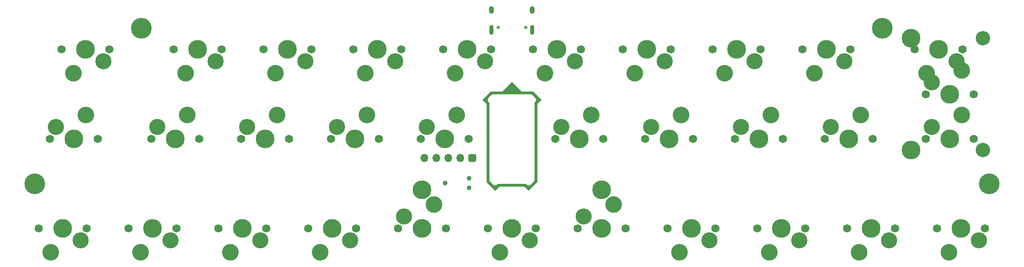
<source format=gbr>
%TF.GenerationSoftware,KiCad,Pcbnew,(7.0.0)*%
%TF.CreationDate,2024-03-02T19:04:10+01:00*%
%TF.ProjectId,kicad_tsuru,6b696361-645f-4747-9375-72752e6b6963,rev?*%
%TF.SameCoordinates,Original*%
%TF.FileFunction,Soldermask,Top*%
%TF.FilePolarity,Negative*%
%FSLAX46Y46*%
G04 Gerber Fmt 4.6, Leading zero omitted, Abs format (unit mm)*
G04 Created by KiCad (PCBNEW (7.0.0)) date 2024-03-02 19:04:10*
%MOMM*%
%LPD*%
G01*
G04 APERTURE LIST*
G04 Aperture macros list*
%AMRoundRect*
0 Rectangle with rounded corners*
0 $1 Rounding radius*
0 $2 $3 $4 $5 $6 $7 $8 $9 X,Y pos of 4 corners*
0 Add a 4 corners polygon primitive as box body*
4,1,4,$2,$3,$4,$5,$6,$7,$8,$9,$2,$3,0*
0 Add four circle primitives for the rounded corners*
1,1,$1+$1,$2,$3*
1,1,$1+$1,$4,$5*
1,1,$1+$1,$6,$7*
1,1,$1+$1,$8,$9*
0 Add four rect primitives between the rounded corners*
20,1,$1+$1,$2,$3,$4,$5,0*
20,1,$1+$1,$4,$5,$6,$7,0*
20,1,$1+$1,$6,$7,$8,$9,0*
20,1,$1+$1,$8,$9,$2,$3,0*%
G04 Aperture macros list end*
%ADD10C,1.750000*%
%ADD11C,3.987800*%
%ADD12C,3.420000*%
%ADD13C,3.523634*%
%ADD14RoundRect,0.425000X-0.425000X0.425000X-0.425000X-0.425000X0.425000X-0.425000X0.425000X0.425000X0*%
%ADD15O,1.700000X1.700000*%
%ADD16C,0.700000*%
%ADD17C,4.400000*%
%ADD18C,3.048000*%
%ADD19C,0.990600*%
%ADD20C,0.650000*%
%ADD21O,1.000000X1.600000*%
%ADD22O,0.900000X2.100000*%
G04 APERTURE END LIST*
D10*
%TO.C,MX19*%
X214124375Y-71806250D03*
D11*
X219204375Y-71806250D03*
D10*
X224284375Y-71806250D03*
D12*
X215394375Y-69266250D03*
D13*
X221744375Y-66726250D03*
%TD*%
D10*
%TO.C,MX6*%
X162371875Y-52756250D03*
D11*
X157291875Y-52756250D03*
D10*
X152211875Y-52756250D03*
D12*
X161101875Y-55296250D03*
D13*
X154751875Y-57836250D03*
%TD*%
D10*
%TO.C,MX30*%
X248096875Y-90856250D03*
D11*
X243016875Y-90856250D03*
D10*
X237936875Y-90856250D03*
D12*
X246826875Y-93396250D03*
D13*
X240476875Y-95936250D03*
%TD*%
D10*
%TO.C,MX31*%
X152846875Y-90856250D03*
D11*
X147766875Y-90856250D03*
D10*
X142686875Y-90856250D03*
D12*
X151576875Y-93396250D03*
D13*
X145226875Y-95936250D03*
%TD*%
D10*
%TO.C,MX25*%
X123636875Y-90856250D03*
D11*
X128716875Y-90856250D03*
D10*
X133796875Y-90856250D03*
D12*
X124906875Y-88316250D03*
D13*
X131256875Y-85776250D03*
%TD*%
D10*
%TO.C,MX16*%
X156974375Y-71806250D03*
D11*
X162054375Y-71806250D03*
D10*
X167134375Y-71806250D03*
D12*
X158244375Y-69266250D03*
D13*
X164594375Y-66726250D03*
%TD*%
D10*
%TO.C,MX18*%
X195074375Y-71806250D03*
D11*
X200154375Y-71806250D03*
D10*
X205234375Y-71806250D03*
D12*
X196344375Y-69266250D03*
D13*
X202694375Y-66726250D03*
%TD*%
D10*
%TO.C,MX3*%
X105221875Y-52756250D03*
D11*
X100141875Y-52756250D03*
D10*
X95061875Y-52756250D03*
D12*
X103951875Y-55296250D03*
D13*
X97601875Y-57836250D03*
%TD*%
D10*
%TO.C,MX5*%
X143321875Y-52756250D03*
D11*
X138241875Y-52756250D03*
D10*
X133161875Y-52756250D03*
D12*
X142051875Y-55296250D03*
D13*
X135701875Y-57836250D03*
%TD*%
D14*
%TO.C,J3*%
X139376875Y-75876250D03*
D15*
X136836874Y-75876249D03*
X134296874Y-75876249D03*
X131756874Y-75876249D03*
X129216874Y-75876249D03*
%TD*%
D10*
%TO.C,MX12*%
X71249375Y-71806250D03*
D11*
X76329375Y-71806250D03*
D10*
X81409375Y-71806250D03*
D12*
X72519375Y-69266250D03*
D13*
X78869375Y-66726250D03*
%TD*%
D16*
%TO.C,H3*%
X44913735Y-81331322D03*
X45397009Y-80164596D03*
X45397009Y-82498048D03*
X46563735Y-79681322D03*
D17*
X46563735Y-81331322D03*
D16*
X46563735Y-82981322D03*
X47730461Y-80164596D03*
X47730461Y-82498048D03*
X48213735Y-81331322D03*
%TD*%
D10*
%TO.C,MX24*%
X114746875Y-90856250D03*
D11*
X109666875Y-90856250D03*
D10*
X104586875Y-90856250D03*
D12*
X113476875Y-93396250D03*
D13*
X107126875Y-95936250D03*
%TD*%
D10*
%TO.C,MX22*%
X76646875Y-90856250D03*
D11*
X71566875Y-90856250D03*
D10*
X66486875Y-90856250D03*
D12*
X75376875Y-93396250D03*
D13*
X69026875Y-95936250D03*
%TD*%
D10*
%TO.C,MX29*%
X229046875Y-90856250D03*
D11*
X223966875Y-90856250D03*
D10*
X218886875Y-90856250D03*
D12*
X227776875Y-93396250D03*
D13*
X221426875Y-95936250D03*
%TD*%
D16*
%TO.C,H1*%
X67535667Y-48291395D03*
X68018941Y-47124669D03*
X68018941Y-49458121D03*
X69185667Y-46641395D03*
D17*
X69185667Y-48291395D03*
D16*
X69185667Y-49941395D03*
X70352393Y-47124669D03*
X70352393Y-49458121D03*
X70835667Y-48291395D03*
%TD*%
D10*
%TO.C,MX17*%
X176024375Y-71806250D03*
D11*
X181104375Y-71806250D03*
D10*
X186184375Y-71806250D03*
D12*
X177294375Y-69266250D03*
D13*
X183644375Y-66726250D03*
%TD*%
D10*
%TO.C,MX15*%
X128399375Y-71806250D03*
D11*
X133479375Y-71806250D03*
D10*
X138559375Y-71806250D03*
D12*
X129669375Y-69266250D03*
D13*
X136019375Y-66726250D03*
%TD*%
D10*
%TO.C,MX21*%
X57596875Y-90856250D03*
D11*
X52516875Y-90856250D03*
D10*
X47436875Y-90856250D03*
D12*
X56326875Y-93396250D03*
D13*
X49976875Y-95936250D03*
%TD*%
D10*
%TO.C,MX27*%
X190946875Y-90856250D03*
D11*
X185866875Y-90856250D03*
D10*
X180786875Y-90856250D03*
D12*
X189676875Y-93396250D03*
D13*
X183326875Y-95936250D03*
%TD*%
D10*
%TO.C,MX7*%
X181421875Y-52756250D03*
D11*
X176341875Y-52756250D03*
D10*
X171261875Y-52756250D03*
D12*
X180151875Y-55296250D03*
D13*
X173801875Y-57836250D03*
%TD*%
D10*
%TO.C,MX26*%
X161736875Y-90856250D03*
D11*
X166816875Y-90856250D03*
D10*
X171896875Y-90856250D03*
D12*
X163006875Y-88316250D03*
D13*
X169356875Y-85776250D03*
%TD*%
D10*
%TO.C,MX20*%
X235555625Y-71806250D03*
D11*
X240635625Y-71806250D03*
D10*
X245715625Y-71806250D03*
D12*
X236825625Y-69266250D03*
D13*
X243175625Y-66726250D03*
%TD*%
D11*
%TO.C,S2*%
X232380625Y-50375000D03*
X232380625Y-74187500D03*
D18*
X247620625Y-50375000D03*
X247620625Y-74187500D03*
%TD*%
D10*
%TO.C,MX4*%
X124271875Y-52756250D03*
D11*
X119191875Y-52756250D03*
D10*
X114111875Y-52756250D03*
D12*
X123001875Y-55296250D03*
D13*
X116651875Y-57836250D03*
%TD*%
D10*
%TO.C,MX32*%
X235555625Y-62281250D03*
D11*
X240635625Y-62281250D03*
D10*
X245715625Y-62281250D03*
D12*
X236825625Y-59741250D03*
D13*
X243175625Y-57201250D03*
%TD*%
D10*
%TO.C,MX14*%
X109349375Y-71806250D03*
D11*
X114429375Y-71806250D03*
D10*
X119509375Y-71806250D03*
D12*
X110619375Y-69266250D03*
D13*
X116969375Y-66726250D03*
%TD*%
D10*
%TO.C,MX23*%
X95696875Y-90856250D03*
D11*
X90616875Y-90856250D03*
D10*
X85536875Y-90856250D03*
D12*
X94426875Y-93396250D03*
D13*
X88076875Y-95936250D03*
%TD*%
D16*
%TO.C,H2*%
X224698563Y-48291395D03*
X225181837Y-47124669D03*
X225181837Y-49458121D03*
X226348563Y-46641395D03*
D17*
X226348563Y-48291395D03*
D16*
X226348563Y-49941395D03*
X227515289Y-47124669D03*
X227515289Y-49458121D03*
X227998563Y-48291395D03*
%TD*%
%TO.C,H4*%
X247320495Y-81331322D03*
X247803769Y-80164596D03*
X247803769Y-82498048D03*
X248970495Y-79681322D03*
D17*
X248970495Y-81331322D03*
D16*
X248970495Y-82981322D03*
X250137221Y-80164596D03*
X250137221Y-82498048D03*
X250620495Y-81331322D03*
%TD*%
D10*
%TO.C,MX1*%
X62359375Y-52756250D03*
D11*
X57279375Y-52756250D03*
D10*
X52199375Y-52756250D03*
D12*
X61089375Y-55296250D03*
D13*
X54739375Y-57836250D03*
%TD*%
D10*
%TO.C,MX28*%
X209996875Y-90856250D03*
D11*
X204916875Y-90856250D03*
D10*
X199836875Y-90856250D03*
D12*
X208726875Y-93396250D03*
D13*
X202376875Y-95936250D03*
%TD*%
D10*
%TO.C,MX10*%
X243334375Y-52756250D03*
D11*
X238254375Y-52756250D03*
D10*
X233174375Y-52756250D03*
D12*
X242064375Y-55296250D03*
D13*
X235714375Y-57836250D03*
%TD*%
D10*
%TO.C,MX2*%
X86171875Y-52756250D03*
D11*
X81091875Y-52756250D03*
D10*
X76011875Y-52756250D03*
D12*
X84901875Y-55296250D03*
D13*
X78551875Y-57836250D03*
%TD*%
D11*
%TO.C,S1*%
X166816875Y-82601250D03*
X128716875Y-82601250D03*
%TD*%
D10*
%TO.C,MX11*%
X49818125Y-71806250D03*
D11*
X54898125Y-71806250D03*
D10*
X59978125Y-71806250D03*
D12*
X51088125Y-69266250D03*
D13*
X57438125Y-66726250D03*
%TD*%
D10*
%TO.C,MX8*%
X200471875Y-52756250D03*
D11*
X195391875Y-52756250D03*
D10*
X190311875Y-52756250D03*
D12*
X199201875Y-55296250D03*
D13*
X192851875Y-57836250D03*
%TD*%
D10*
%TO.C,MX13*%
X90299375Y-71806250D03*
D11*
X95379375Y-71806250D03*
D10*
X100459375Y-71806250D03*
D12*
X91569375Y-69266250D03*
D13*
X97919375Y-66726250D03*
%TD*%
D10*
%TO.C,MX9*%
X219521875Y-52756250D03*
D11*
X214441875Y-52756250D03*
D10*
X209361875Y-52756250D03*
D12*
X218251875Y-55296250D03*
D13*
X211901875Y-57836250D03*
%TD*%
D19*
%TO.C,J2*%
X133638125Y-81172500D03*
X138718125Y-80156500D03*
X138718125Y-82188500D03*
%TD*%
D20*
%TO.C,J1*%
X144876875Y-48053750D03*
X150656875Y-48053750D03*
D21*
X143446874Y-44373749D03*
D22*
X143446874Y-48553749D03*
D21*
X152086874Y-44373749D03*
D22*
X152086874Y-48553749D03*
%TD*%
G36*
X147811309Y-59646554D02*
G01*
X149841923Y-61677154D01*
X149863145Y-61685945D01*
X152206081Y-61685959D01*
X152250275Y-61704265D01*
X153973713Y-63427703D01*
X153989890Y-63455723D01*
X153989888Y-63488077D01*
X153973709Y-63516095D01*
X153129126Y-64360518D01*
X153125904Y-64365341D01*
X153124772Y-64371032D01*
X153124772Y-81007777D01*
X153106466Y-81051971D01*
X151383031Y-82775408D01*
X151355011Y-82791585D01*
X151322657Y-82791583D01*
X151294639Y-82775404D01*
X150450380Y-81930989D01*
X150445560Y-81927768D01*
X150439869Y-81926635D01*
X145100634Y-81926587D01*
X145079411Y-81935376D01*
X144239273Y-82775416D01*
X144195078Y-82793719D01*
X144150885Y-82775411D01*
X142427592Y-81051970D01*
X142409288Y-81007779D01*
X142409138Y-64377302D01*
X142400349Y-64356082D01*
X141560503Y-63516078D01*
X141543885Y-63475952D01*
X142616778Y-63475952D01*
X142632742Y-63597228D01*
X142634848Y-63605088D01*
X142681662Y-63718104D01*
X142685718Y-63725130D01*
X142761451Y-63823822D01*
X142764133Y-63826879D01*
X142855104Y-63917850D01*
X142860496Y-63923998D01*
X142932452Y-64017780D01*
X142940608Y-64031907D01*
X142984264Y-64137294D01*
X142988487Y-64153055D01*
X143003916Y-64270241D01*
X143004451Y-64278399D01*
X143004451Y-80526803D01*
X143004719Y-80530887D01*
X143020972Y-80654195D01*
X143023075Y-80662039D01*
X143069893Y-80775063D01*
X143073947Y-80782086D01*
X143149647Y-80880777D01*
X143152350Y-80883860D01*
X143840065Y-81571575D01*
X143843142Y-81574272D01*
X143941848Y-81649955D01*
X143948878Y-81654012D01*
X144061896Y-81700822D01*
X144069745Y-81702926D01*
X144191021Y-81718895D01*
X144199142Y-81718895D01*
X144320423Y-81702934D01*
X144328273Y-81700831D01*
X144441285Y-81654030D01*
X144448325Y-81649967D01*
X144547005Y-81574264D01*
X144550079Y-81571569D01*
X144641040Y-81480604D01*
X144647189Y-81475211D01*
X144740976Y-81403251D01*
X144755102Y-81395096D01*
X144860487Y-81351439D01*
X144876249Y-81347215D01*
X144993440Y-81331786D01*
X145001598Y-81331251D01*
X150532318Y-81331272D01*
X150540477Y-81331807D01*
X150657666Y-81347238D01*
X150673424Y-81351460D01*
X150778808Y-81395111D01*
X150792938Y-81403269D01*
X150886717Y-81475227D01*
X150892864Y-81480618D01*
X150983836Y-81571590D01*
X150986894Y-81574273D01*
X151085549Y-81650044D01*
X151092596Y-81654114D01*
X151205614Y-81700933D01*
X151213466Y-81703037D01*
X151334760Y-81719004D01*
X151342885Y-81719004D01*
X151464183Y-81703024D01*
X151472030Y-81700920D01*
X151585050Y-81654088D01*
X151592091Y-81650022D01*
X151690768Y-81574275D01*
X151693829Y-81571590D01*
X152381564Y-80883855D01*
X152384257Y-80880785D01*
X152459993Y-80782111D01*
X152464052Y-80775081D01*
X152510864Y-80662052D01*
X152512966Y-80654205D01*
X152529193Y-80530875D01*
X152529459Y-80526815D01*
X152529459Y-64278407D01*
X152529994Y-64270244D01*
X152545434Y-64153047D01*
X152549656Y-64137294D01*
X152593304Y-64031909D01*
X152601460Y-64017780D01*
X152673413Y-63923998D01*
X152678806Y-63917849D01*
X152769776Y-63826879D01*
X152772461Y-63823818D01*
X152848200Y-63725152D01*
X152852269Y-63718105D01*
X152899080Y-63605093D01*
X152901186Y-63597232D01*
X152917152Y-63475952D01*
X152917152Y-63467825D01*
X152901180Y-63346538D01*
X152899075Y-63338685D01*
X152852255Y-63225667D01*
X152848192Y-63218631D01*
X152772460Y-63119948D01*
X152769773Y-63116885D01*
X152082041Y-62429153D01*
X152078970Y-62426459D01*
X151980286Y-62350736D01*
X151973257Y-62346679D01*
X151860231Y-62299867D01*
X151852388Y-62297765D01*
X151729066Y-62281525D01*
X151724994Y-62281258D01*
X143808918Y-62281258D01*
X143804838Y-62281525D01*
X143681528Y-62297757D01*
X143673674Y-62299862D01*
X143560655Y-62346677D01*
X143553622Y-62350738D01*
X143454940Y-62426458D01*
X143451870Y-62429151D01*
X142764142Y-63116879D01*
X142761444Y-63119956D01*
X142685732Y-63218644D01*
X142681674Y-63225675D01*
X142634853Y-63338691D01*
X142632748Y-63346544D01*
X142616778Y-63467825D01*
X142616778Y-63475952D01*
X141543885Y-63475952D01*
X141542201Y-63471885D01*
X141560507Y-63427694D01*
X143283954Y-61704251D01*
X143328148Y-61685945D01*
X145671085Y-61685945D01*
X145692306Y-61677154D01*
X147722921Y-59646554D01*
X147767115Y-59628248D01*
X147811309Y-59646554D01*
G37*
M02*

</source>
